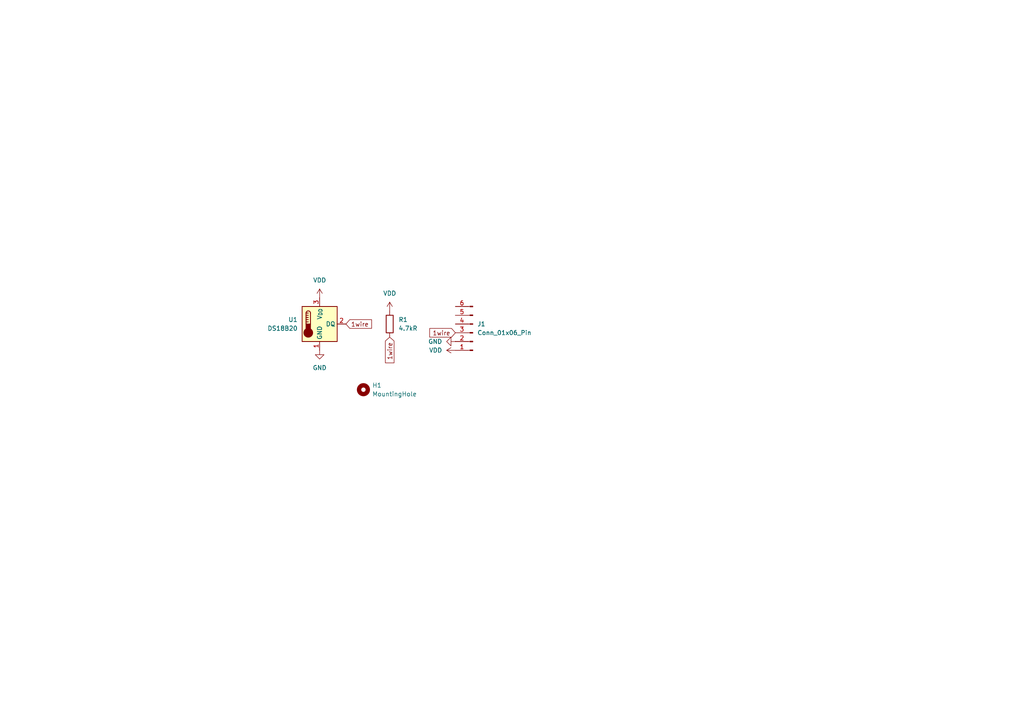
<source format=kicad_sch>
(kicad_sch
	(version 20250114)
	(generator "eeschema")
	(generator_version "9.0")
	(uuid "c7b5f5ba-a3a5-41ac-8d4c-ad3f1572fad6")
	(paper "A4")
	(lib_symbols
		(symbol "Connector:Conn_01x06_Pin"
			(pin_names
				(offset 1.016)
				(hide yes)
			)
			(exclude_from_sim no)
			(in_bom yes)
			(on_board yes)
			(property "Reference" "J"
				(at 0 7.62 0)
				(effects
					(font
						(size 1.27 1.27)
					)
				)
			)
			(property "Value" "Conn_01x06_Pin"
				(at 0 -10.16 0)
				(effects
					(font
						(size 1.27 1.27)
					)
				)
			)
			(property "Footprint" ""
				(at 0 0 0)
				(effects
					(font
						(size 1.27 1.27)
					)
					(hide yes)
				)
			)
			(property "Datasheet" "~"
				(at 0 0 0)
				(effects
					(font
						(size 1.27 1.27)
					)
					(hide yes)
				)
			)
			(property "Description" "Generic connector, single row, 01x06, script generated"
				(at 0 0 0)
				(effects
					(font
						(size 1.27 1.27)
					)
					(hide yes)
				)
			)
			(property "ki_locked" ""
				(at 0 0 0)
				(effects
					(font
						(size 1.27 1.27)
					)
				)
			)
			(property "ki_keywords" "connector"
				(at 0 0 0)
				(effects
					(font
						(size 1.27 1.27)
					)
					(hide yes)
				)
			)
			(property "ki_fp_filters" "Connector*:*_1x??_*"
				(at 0 0 0)
				(effects
					(font
						(size 1.27 1.27)
					)
					(hide yes)
				)
			)
			(symbol "Conn_01x06_Pin_1_1"
				(rectangle
					(start 0.8636 5.207)
					(end 0 4.953)
					(stroke
						(width 0.1524)
						(type default)
					)
					(fill
						(type outline)
					)
				)
				(rectangle
					(start 0.8636 2.667)
					(end 0 2.413)
					(stroke
						(width 0.1524)
						(type default)
					)
					(fill
						(type outline)
					)
				)
				(rectangle
					(start 0.8636 0.127)
					(end 0 -0.127)
					(stroke
						(width 0.1524)
						(type default)
					)
					(fill
						(type outline)
					)
				)
				(rectangle
					(start 0.8636 -2.413)
					(end 0 -2.667)
					(stroke
						(width 0.1524)
						(type default)
					)
					(fill
						(type outline)
					)
				)
				(rectangle
					(start 0.8636 -4.953)
					(end 0 -5.207)
					(stroke
						(width 0.1524)
						(type default)
					)
					(fill
						(type outline)
					)
				)
				(rectangle
					(start 0.8636 -7.493)
					(end 0 -7.747)
					(stroke
						(width 0.1524)
						(type default)
					)
					(fill
						(type outline)
					)
				)
				(polyline
					(pts
						(xy 1.27 5.08) (xy 0.8636 5.08)
					)
					(stroke
						(width 0.1524)
						(type default)
					)
					(fill
						(type none)
					)
				)
				(polyline
					(pts
						(xy 1.27 2.54) (xy 0.8636 2.54)
					)
					(stroke
						(width 0.1524)
						(type default)
					)
					(fill
						(type none)
					)
				)
				(polyline
					(pts
						(xy 1.27 0) (xy 0.8636 0)
					)
					(stroke
						(width 0.1524)
						(type default)
					)
					(fill
						(type none)
					)
				)
				(polyline
					(pts
						(xy 1.27 -2.54) (xy 0.8636 -2.54)
					)
					(stroke
						(width 0.1524)
						(type default)
					)
					(fill
						(type none)
					)
				)
				(polyline
					(pts
						(xy 1.27 -5.08) (xy 0.8636 -5.08)
					)
					(stroke
						(width 0.1524)
						(type default)
					)
					(fill
						(type none)
					)
				)
				(polyline
					(pts
						(xy 1.27 -7.62) (xy 0.8636 -7.62)
					)
					(stroke
						(width 0.1524)
						(type default)
					)
					(fill
						(type none)
					)
				)
				(pin passive line
					(at 5.08 5.08 180)
					(length 3.81)
					(name "Pin_1"
						(effects
							(font
								(size 1.27 1.27)
							)
						)
					)
					(number "1"
						(effects
							(font
								(size 1.27 1.27)
							)
						)
					)
				)
				(pin passive line
					(at 5.08 2.54 180)
					(length 3.81)
					(name "Pin_2"
						(effects
							(font
								(size 1.27 1.27)
							)
						)
					)
					(number "2"
						(effects
							(font
								(size 1.27 1.27)
							)
						)
					)
				)
				(pin passive line
					(at 5.08 0 180)
					(length 3.81)
					(name "Pin_3"
						(effects
							(font
								(size 1.27 1.27)
							)
						)
					)
					(number "3"
						(effects
							(font
								(size 1.27 1.27)
							)
						)
					)
				)
				(pin passive line
					(at 5.08 -2.54 180)
					(length 3.81)
					(name "Pin_4"
						(effects
							(font
								(size 1.27 1.27)
							)
						)
					)
					(number "4"
						(effects
							(font
								(size 1.27 1.27)
							)
						)
					)
				)
				(pin passive line
					(at 5.08 -5.08 180)
					(length 3.81)
					(name "Pin_5"
						(effects
							(font
								(size 1.27 1.27)
							)
						)
					)
					(number "5"
						(effects
							(font
								(size 1.27 1.27)
							)
						)
					)
				)
				(pin passive line
					(at 5.08 -7.62 180)
					(length 3.81)
					(name "Pin_6"
						(effects
							(font
								(size 1.27 1.27)
							)
						)
					)
					(number "6"
						(effects
							(font
								(size 1.27 1.27)
							)
						)
					)
				)
			)
			(embedded_fonts no)
		)
		(symbol "Device:R"
			(pin_numbers
				(hide yes)
			)
			(pin_names
				(offset 0)
			)
			(exclude_from_sim no)
			(in_bom yes)
			(on_board yes)
			(property "Reference" "R"
				(at 2.032 0 90)
				(effects
					(font
						(size 1.27 1.27)
					)
				)
			)
			(property "Value" "R"
				(at 0 0 90)
				(effects
					(font
						(size 1.27 1.27)
					)
				)
			)
			(property "Footprint" ""
				(at -1.778 0 90)
				(effects
					(font
						(size 1.27 1.27)
					)
					(hide yes)
				)
			)
			(property "Datasheet" "~"
				(at 0 0 0)
				(effects
					(font
						(size 1.27 1.27)
					)
					(hide yes)
				)
			)
			(property "Description" "Resistor"
				(at 0 0 0)
				(effects
					(font
						(size 1.27 1.27)
					)
					(hide yes)
				)
			)
			(property "ki_keywords" "R res resistor"
				(at 0 0 0)
				(effects
					(font
						(size 1.27 1.27)
					)
					(hide yes)
				)
			)
			(property "ki_fp_filters" "R_*"
				(at 0 0 0)
				(effects
					(font
						(size 1.27 1.27)
					)
					(hide yes)
				)
			)
			(symbol "R_0_1"
				(rectangle
					(start -1.016 -2.54)
					(end 1.016 2.54)
					(stroke
						(width 0.254)
						(type default)
					)
					(fill
						(type none)
					)
				)
			)
			(symbol "R_1_1"
				(pin passive line
					(at 0 3.81 270)
					(length 1.27)
					(name "~"
						(effects
							(font
								(size 1.27 1.27)
							)
						)
					)
					(number "1"
						(effects
							(font
								(size 1.27 1.27)
							)
						)
					)
				)
				(pin passive line
					(at 0 -3.81 90)
					(length 1.27)
					(name "~"
						(effects
							(font
								(size 1.27 1.27)
							)
						)
					)
					(number "2"
						(effects
							(font
								(size 1.27 1.27)
							)
						)
					)
				)
			)
			(embedded_fonts no)
		)
		(symbol "Mechanical:MountingHole"
			(pin_names
				(offset 1.016)
			)
			(exclude_from_sim no)
			(in_bom no)
			(on_board yes)
			(property "Reference" "H"
				(at 0 5.08 0)
				(effects
					(font
						(size 1.27 1.27)
					)
				)
			)
			(property "Value" "MountingHole"
				(at 0 3.175 0)
				(effects
					(font
						(size 1.27 1.27)
					)
				)
			)
			(property "Footprint" ""
				(at 0 0 0)
				(effects
					(font
						(size 1.27 1.27)
					)
					(hide yes)
				)
			)
			(property "Datasheet" "~"
				(at 0 0 0)
				(effects
					(font
						(size 1.27 1.27)
					)
					(hide yes)
				)
			)
			(property "Description" "Mounting Hole without connection"
				(at 0 0 0)
				(effects
					(font
						(size 1.27 1.27)
					)
					(hide yes)
				)
			)
			(property "ki_keywords" "mounting hole"
				(at 0 0 0)
				(effects
					(font
						(size 1.27 1.27)
					)
					(hide yes)
				)
			)
			(property "ki_fp_filters" "MountingHole*"
				(at 0 0 0)
				(effects
					(font
						(size 1.27 1.27)
					)
					(hide yes)
				)
			)
			(symbol "MountingHole_0_1"
				(circle
					(center 0 0)
					(radius 1.27)
					(stroke
						(width 1.27)
						(type default)
					)
					(fill
						(type none)
					)
				)
			)
			(embedded_fonts no)
		)
		(symbol "Sensor_Temperature:DS18B20"
			(exclude_from_sim no)
			(in_bom yes)
			(on_board yes)
			(property "Reference" "U"
				(at -3.81 6.35 0)
				(effects
					(font
						(size 1.27 1.27)
					)
				)
			)
			(property "Value" "DS18B20"
				(at 6.35 6.35 0)
				(effects
					(font
						(size 1.27 1.27)
					)
				)
			)
			(property "Footprint" "Package_TO_SOT_THT:TO-92_Inline"
				(at -25.4 -6.35 0)
				(effects
					(font
						(size 1.27 1.27)
					)
					(hide yes)
				)
			)
			(property "Datasheet" "http://datasheets.maximintegrated.com/en/ds/DS18B20.pdf"
				(at -3.81 6.35 0)
				(effects
					(font
						(size 1.27 1.27)
					)
					(hide yes)
				)
			)
			(property "Description" "Programmable Resolution 1-Wire Digital Thermometer TO-92"
				(at 0 0 0)
				(effects
					(font
						(size 1.27 1.27)
					)
					(hide yes)
				)
			)
			(property "ki_keywords" "OneWire 1Wire Dallas Maxim"
				(at 0 0 0)
				(effects
					(font
						(size 1.27 1.27)
					)
					(hide yes)
				)
			)
			(property "ki_fp_filters" "TO*92*"
				(at 0 0 0)
				(effects
					(font
						(size 1.27 1.27)
					)
					(hide yes)
				)
			)
			(symbol "DS18B20_0_1"
				(rectangle
					(start -5.08 5.08)
					(end 5.08 -5.08)
					(stroke
						(width 0.254)
						(type default)
					)
					(fill
						(type background)
					)
				)
				(polyline
					(pts
						(xy -3.937 3.175) (xy -3.937 0)
					)
					(stroke
						(width 0.254)
						(type default)
					)
					(fill
						(type none)
					)
				)
				(polyline
					(pts
						(xy -3.937 3.175) (xy -3.302 3.175)
					)
					(stroke
						(width 0.254)
						(type default)
					)
					(fill
						(type none)
					)
				)
				(polyline
					(pts
						(xy -3.937 2.54) (xy -3.302 2.54)
					)
					(stroke
						(width 0.254)
						(type default)
					)
					(fill
						(type none)
					)
				)
				(polyline
					(pts
						(xy -3.937 1.905) (xy -3.302 1.905)
					)
					(stroke
						(width 0.254)
						(type default)
					)
					(fill
						(type none)
					)
				)
				(polyline
					(pts
						(xy -3.937 1.27) (xy -3.302 1.27)
					)
					(stroke
						(width 0.254)
						(type default)
					)
					(fill
						(type none)
					)
				)
				(polyline
					(pts
						(xy -3.937 0.635) (xy -3.302 0.635)
					)
					(stroke
						(width 0.254)
						(type default)
					)
					(fill
						(type none)
					)
				)
				(arc
					(start -3.937 3.175)
					(mid -3.302 3.8073)
					(end -2.667 3.175)
					(stroke
						(width 0.254)
						(type default)
					)
					(fill
						(type none)
					)
				)
				(circle
					(center -3.302 -2.54)
					(radius 1.27)
					(stroke
						(width 0.254)
						(type default)
					)
					(fill
						(type outline)
					)
				)
				(polyline
					(pts
						(xy -2.667 3.175) (xy -2.667 0)
					)
					(stroke
						(width 0.254)
						(type default)
					)
					(fill
						(type none)
					)
				)
				(rectangle
					(start -2.667 -1.905)
					(end -3.937 0)
					(stroke
						(width 0.254)
						(type default)
					)
					(fill
						(type outline)
					)
				)
			)
			(symbol "DS18B20_1_1"
				(pin power_in line
					(at 0 7.62 270)
					(length 2.54)
					(name "V_{DD}"
						(effects
							(font
								(size 1.27 1.27)
							)
						)
					)
					(number "3"
						(effects
							(font
								(size 1.27 1.27)
							)
						)
					)
				)
				(pin power_in line
					(at 0 -7.62 90)
					(length 2.54)
					(name "GND"
						(effects
							(font
								(size 1.27 1.27)
							)
						)
					)
					(number "1"
						(effects
							(font
								(size 1.27 1.27)
							)
						)
					)
				)
				(pin bidirectional line
					(at 7.62 0 180)
					(length 2.54)
					(name "DQ"
						(effects
							(font
								(size 1.27 1.27)
							)
						)
					)
					(number "2"
						(effects
							(font
								(size 1.27 1.27)
							)
						)
					)
				)
			)
			(embedded_fonts no)
		)
		(symbol "power:GND"
			(power)
			(pin_numbers
				(hide yes)
			)
			(pin_names
				(offset 0)
				(hide yes)
			)
			(exclude_from_sim no)
			(in_bom yes)
			(on_board yes)
			(property "Reference" "#PWR"
				(at 0 -6.35 0)
				(effects
					(font
						(size 1.27 1.27)
					)
					(hide yes)
				)
			)
			(property "Value" "GND"
				(at 0 -3.81 0)
				(effects
					(font
						(size 1.27 1.27)
					)
				)
			)
			(property "Footprint" ""
				(at 0 0 0)
				(effects
					(font
						(size 1.27 1.27)
					)
					(hide yes)
				)
			)
			(property "Datasheet" ""
				(at 0 0 0)
				(effects
					(font
						(size 1.27 1.27)
					)
					(hide yes)
				)
			)
			(property "Description" "Power symbol creates a global label with name \"GND\" , ground"
				(at 0 0 0)
				(effects
					(font
						(size 1.27 1.27)
					)
					(hide yes)
				)
			)
			(property "ki_keywords" "global power"
				(at 0 0 0)
				(effects
					(font
						(size 1.27 1.27)
					)
					(hide yes)
				)
			)
			(symbol "GND_0_1"
				(polyline
					(pts
						(xy 0 0) (xy 0 -1.27) (xy 1.27 -1.27) (xy 0 -2.54) (xy -1.27 -1.27) (xy 0 -1.27)
					)
					(stroke
						(width 0)
						(type default)
					)
					(fill
						(type none)
					)
				)
			)
			(symbol "GND_1_1"
				(pin power_in line
					(at 0 0 270)
					(length 0)
					(name "~"
						(effects
							(font
								(size 1.27 1.27)
							)
						)
					)
					(number "1"
						(effects
							(font
								(size 1.27 1.27)
							)
						)
					)
				)
			)
			(embedded_fonts no)
		)
		(symbol "power:VDD"
			(power)
			(pin_numbers
				(hide yes)
			)
			(pin_names
				(offset 0)
				(hide yes)
			)
			(exclude_from_sim no)
			(in_bom yes)
			(on_board yes)
			(property "Reference" "#PWR"
				(at 0 -3.81 0)
				(effects
					(font
						(size 1.27 1.27)
					)
					(hide yes)
				)
			)
			(property "Value" "VDD"
				(at 0 3.556 0)
				(effects
					(font
						(size 1.27 1.27)
					)
				)
			)
			(property "Footprint" ""
				(at 0 0 0)
				(effects
					(font
						(size 1.27 1.27)
					)
					(hide yes)
				)
			)
			(property "Datasheet" ""
				(at 0 0 0)
				(effects
					(font
						(size 1.27 1.27)
					)
					(hide yes)
				)
			)
			(property "Description" "Power symbol creates a global label with name \"VDD\""
				(at 0 0 0)
				(effects
					(font
						(size 1.27 1.27)
					)
					(hide yes)
				)
			)
			(property "ki_keywords" "global power"
				(at 0 0 0)
				(effects
					(font
						(size 1.27 1.27)
					)
					(hide yes)
				)
			)
			(symbol "VDD_0_1"
				(polyline
					(pts
						(xy -0.762 1.27) (xy 0 2.54)
					)
					(stroke
						(width 0)
						(type default)
					)
					(fill
						(type none)
					)
				)
				(polyline
					(pts
						(xy 0 2.54) (xy 0.762 1.27)
					)
					(stroke
						(width 0)
						(type default)
					)
					(fill
						(type none)
					)
				)
				(polyline
					(pts
						(xy 0 0) (xy 0 2.54)
					)
					(stroke
						(width 0)
						(type default)
					)
					(fill
						(type none)
					)
				)
			)
			(symbol "VDD_1_1"
				(pin power_in line
					(at 0 0 90)
					(length 0)
					(name "~"
						(effects
							(font
								(size 1.27 1.27)
							)
						)
					)
					(number "1"
						(effects
							(font
								(size 1.27 1.27)
							)
						)
					)
				)
			)
			(embedded_fonts no)
		)
	)
	(global_label "1wire"
		(shape input)
		(at 132.08 96.52 180)
		(fields_autoplaced yes)
		(effects
			(font
				(size 1.27 1.27)
			)
			(justify right)
		)
		(uuid "26a9ddc0-4175-4109-9abc-76f336db9f34")
		(property "Intersheetrefs" "${INTERSHEET_REFS}"
			(at 124.0752 96.52 0)
			(effects
				(font
					(size 1.27 1.27)
				)
				(justify right)
				(hide yes)
			)
		)
	)
	(global_label "1wire"
		(shape input)
		(at 100.33 93.98 0)
		(fields_autoplaced yes)
		(effects
			(font
				(size 1.27 1.27)
			)
			(justify left)
		)
		(uuid "a0368034-d57b-4118-8553-aa6fc9930f1c")
		(property "Intersheetrefs" "${INTERSHEET_REFS}"
			(at 108.3348 93.98 0)
			(effects
				(font
					(size 1.27 1.27)
				)
				(justify left)
				(hide yes)
			)
		)
	)
	(global_label "1wire"
		(shape input)
		(at 113.03 97.79 270)
		(fields_autoplaced yes)
		(effects
			(font
				(size 1.27 1.27)
			)
			(justify right)
		)
		(uuid "d2ec496d-34b3-496c-bca4-d765b7a84ba0")
		(property "Intersheetrefs" "${INTERSHEET_REFS}"
			(at 113.03 105.7948 90)
			(effects
				(font
					(size 1.27 1.27)
				)
				(justify right)
				(hide yes)
			)
		)
	)
	(symbol
		(lib_id "power:VDD")
		(at 113.03 90.17 0)
		(unit 1)
		(exclude_from_sim no)
		(in_bom yes)
		(on_board yes)
		(dnp no)
		(fields_autoplaced yes)
		(uuid "236f689a-1e9c-4404-984e-8a3d3aa59b78")
		(property "Reference" "#PWR03"
			(at 113.03 93.98 0)
			(effects
				(font
					(size 1.27 1.27)
				)
				(hide yes)
			)
		)
		(property "Value" "VDD"
			(at 113.03 85.09 0)
			(effects
				(font
					(size 1.27 1.27)
				)
			)
		)
		(property "Footprint" ""
			(at 113.03 90.17 0)
			(effects
				(font
					(size 1.27 1.27)
				)
				(hide yes)
			)
		)
		(property "Datasheet" ""
			(at 113.03 90.17 0)
			(effects
				(font
					(size 1.27 1.27)
				)
				(hide yes)
			)
		)
		(property "Description" "Power symbol creates a global label with name \"VDD\""
			(at 113.03 90.17 0)
			(effects
				(font
					(size 1.27 1.27)
				)
				(hide yes)
			)
		)
		(pin "1"
			(uuid "0f7649f3-a44d-4df2-a59b-83f350b61861")
		)
		(instances
			(project "thermometer"
				(path "/c7b5f5ba-a3a5-41ac-8d4c-ad3f1572fad6"
					(reference "#PWR03")
					(unit 1)
				)
			)
		)
	)
	(symbol
		(lib_id "Connector:Conn_01x06_Pin")
		(at 137.16 96.52 180)
		(unit 1)
		(exclude_from_sim no)
		(in_bom yes)
		(on_board yes)
		(dnp no)
		(fields_autoplaced yes)
		(uuid "4059626d-f4ca-4fd8-a2d3-ed5fd32022bc")
		(property "Reference" "J1"
			(at 138.43 93.9799 0)
			(effects
				(font
					(size 1.27 1.27)
				)
				(justify right)
			)
		)
		(property "Value" "Conn_01x06_Pin"
			(at 138.43 96.5199 0)
			(effects
				(font
					(size 1.27 1.27)
				)
				(justify right)
			)
		)
		(property "Footprint" "Connector_PinHeader_2.54mm:PinHeader_1x06_P2.54mm_Horizontal"
			(at 137.16 96.52 0)
			(effects
				(font
					(size 1.27 1.27)
				)
				(hide yes)
			)
		)
		(property "Datasheet" "~"
			(at 137.16 96.52 0)
			(effects
				(font
					(size 1.27 1.27)
				)
				(hide yes)
			)
		)
		(property "Description" "Generic connector, single row, 01x06, script generated"
			(at 137.16 96.52 0)
			(effects
				(font
					(size 1.27 1.27)
				)
				(hide yes)
			)
		)
		(pin "4"
			(uuid "6b4d2d2b-7404-4724-969e-f2d4dbba74ec")
		)
		(pin "2"
			(uuid "7aab5ddb-7d6d-48f9-bdcc-0c150488d28e")
		)
		(pin "1"
			(uuid "4155a911-0b7f-4a52-9f7c-b8a278a959b8")
		)
		(pin "3"
			(uuid "ab69d942-060e-4027-b935-a1fcef201c21")
		)
		(pin "5"
			(uuid "76083cdd-9541-4c4d-ab85-9498ac959b59")
		)
		(pin "6"
			(uuid "50b141bb-5280-44f2-a913-cf7b65846842")
		)
		(instances
			(project ""
				(path "/c7b5f5ba-a3a5-41ac-8d4c-ad3f1572fad6"
					(reference "J1")
					(unit 1)
				)
			)
		)
	)
	(symbol
		(lib_id "Mechanical:MountingHole")
		(at 105.41 113.03 0)
		(unit 1)
		(exclude_from_sim no)
		(in_bom no)
		(on_board yes)
		(dnp no)
		(fields_autoplaced yes)
		(uuid "745c8977-c265-457e-8dcd-53e1b55ef2f0")
		(property "Reference" "H1"
			(at 107.95 111.7599 0)
			(effects
				(font
					(size 1.27 1.27)
				)
				(justify left)
			)
		)
		(property "Value" "MountingHole"
			(at 107.95 114.2999 0)
			(effects
				(font
					(size 1.27 1.27)
				)
				(justify left)
			)
		)
		(property "Footprint" "MountingHole:MountingHole_3.2mm_M3"
			(at 105.41 113.03 0)
			(effects
				(font
					(size 1.27 1.27)
				)
				(hide yes)
			)
		)
		(property "Datasheet" "~"
			(at 105.41 113.03 0)
			(effects
				(font
					(size 1.27 1.27)
				)
				(hide yes)
			)
		)
		(property "Description" "Mounting Hole without connection"
			(at 105.41 113.03 0)
			(effects
				(font
					(size 1.27 1.27)
				)
				(hide yes)
			)
		)
		(instances
			(project ""
				(path "/c7b5f5ba-a3a5-41ac-8d4c-ad3f1572fad6"
					(reference "H1")
					(unit 1)
				)
			)
		)
	)
	(symbol
		(lib_id "Sensor_Temperature:DS18B20")
		(at 92.71 93.98 0)
		(unit 1)
		(exclude_from_sim no)
		(in_bom yes)
		(on_board yes)
		(dnp no)
		(fields_autoplaced yes)
		(uuid "781c0e29-9e83-44ad-97c7-b15ccd415d7f")
		(property "Reference" "U1"
			(at 86.36 92.7099 0)
			(effects
				(font
					(size 1.27 1.27)
				)
				(justify right)
			)
		)
		(property "Value" "DS18B20"
			(at 86.36 95.2499 0)
			(effects
				(font
					(size 1.27 1.27)
				)
				(justify right)
			)
		)
		(property "Footprint" "Package_TO_SOT_THT:TO-92_Inline_W4.0mm_Horizontal_FlatSideDown"
			(at 67.31 100.33 0)
			(effects
				(font
					(size 1.27 1.27)
				)
				(hide yes)
			)
		)
		(property "Datasheet" "http://datasheets.maximintegrated.com/en/ds/DS18B20.pdf"
			(at 88.9 87.63 0)
			(effects
				(font
					(size 1.27 1.27)
				)
				(hide yes)
			)
		)
		(property "Description" "Programmable Resolution 1-Wire Digital Thermometer TO-92"
			(at 92.71 93.98 0)
			(effects
				(font
					(size 1.27 1.27)
				)
				(hide yes)
			)
		)
		(pin "3"
			(uuid "e1a98b41-50b0-4df7-a664-443f1a8a99b9")
		)
		(pin "1"
			(uuid "cfa2888e-cf77-45a2-a4c2-f2465505d78f")
		)
		(pin "2"
			(uuid "358ccf30-a615-48ec-ad48-243a961d0795")
		)
		(instances
			(project ""
				(path "/c7b5f5ba-a3a5-41ac-8d4c-ad3f1572fad6"
					(reference "U1")
					(unit 1)
				)
			)
		)
	)
	(symbol
		(lib_id "power:VDD")
		(at 92.71 86.36 0)
		(unit 1)
		(exclude_from_sim no)
		(in_bom yes)
		(on_board yes)
		(dnp no)
		(fields_autoplaced yes)
		(uuid "81d3b3ef-f661-44b2-b3b9-54b552eb1601")
		(property "Reference" "#PWR01"
			(at 92.71 90.17 0)
			(effects
				(font
					(size 1.27 1.27)
				)
				(hide yes)
			)
		)
		(property "Value" "VDD"
			(at 92.71 81.28 0)
			(effects
				(font
					(size 1.27 1.27)
				)
			)
		)
		(property "Footprint" ""
			(at 92.71 86.36 0)
			(effects
				(font
					(size 1.27 1.27)
				)
				(hide yes)
			)
		)
		(property "Datasheet" ""
			(at 92.71 86.36 0)
			(effects
				(font
					(size 1.27 1.27)
				)
				(hide yes)
			)
		)
		(property "Description" "Power symbol creates a global label with name \"VDD\""
			(at 92.71 86.36 0)
			(effects
				(font
					(size 1.27 1.27)
				)
				(hide yes)
			)
		)
		(pin "1"
			(uuid "f1580a1c-6778-47e0-8849-fd0b5582b2d2")
		)
		(instances
			(project ""
				(path "/c7b5f5ba-a3a5-41ac-8d4c-ad3f1572fad6"
					(reference "#PWR01")
					(unit 1)
				)
			)
		)
	)
	(symbol
		(lib_id "power:GND")
		(at 92.71 101.6 0)
		(unit 1)
		(exclude_from_sim no)
		(in_bom yes)
		(on_board yes)
		(dnp no)
		(fields_autoplaced yes)
		(uuid "8f356d7a-1069-4eea-9c1c-c65e3768cc64")
		(property "Reference" "#PWR02"
			(at 92.71 107.95 0)
			(effects
				(font
					(size 1.27 1.27)
				)
				(hide yes)
			)
		)
		(property "Value" "GND"
			(at 92.71 106.68 0)
			(effects
				(font
					(size 1.27 1.27)
				)
			)
		)
		(property "Footprint" ""
			(at 92.71 101.6 0)
			(effects
				(font
					(size 1.27 1.27)
				)
				(hide yes)
			)
		)
		(property "Datasheet" ""
			(at 92.71 101.6 0)
			(effects
				(font
					(size 1.27 1.27)
				)
				(hide yes)
			)
		)
		(property "Description" "Power symbol creates a global label with name \"GND\" , ground"
			(at 92.71 101.6 0)
			(effects
				(font
					(size 1.27 1.27)
				)
				(hide yes)
			)
		)
		(pin "1"
			(uuid "128e023d-dcb7-459c-9c04-69e0adf31778")
		)
		(instances
			(project ""
				(path "/c7b5f5ba-a3a5-41ac-8d4c-ad3f1572fad6"
					(reference "#PWR02")
					(unit 1)
				)
			)
		)
	)
	(symbol
		(lib_id "power:VDD")
		(at 132.08 101.6 90)
		(unit 1)
		(exclude_from_sim no)
		(in_bom yes)
		(on_board yes)
		(dnp no)
		(fields_autoplaced yes)
		(uuid "90e4bf53-780e-4b02-86f7-2a36e31f54c5")
		(property "Reference" "#PWR04"
			(at 135.89 101.6 0)
			(effects
				(font
					(size 1.27 1.27)
				)
				(hide yes)
			)
		)
		(property "Value" "VDD"
			(at 128.27 101.5999 90)
			(effects
				(font
					(size 1.27 1.27)
				)
				(justify left)
			)
		)
		(property "Footprint" ""
			(at 132.08 101.6 0)
			(effects
				(font
					(size 1.27 1.27)
				)
				(hide yes)
			)
		)
		(property "Datasheet" ""
			(at 132.08 101.6 0)
			(effects
				(font
					(size 1.27 1.27)
				)
				(hide yes)
			)
		)
		(property "Description" "Power symbol creates a global label with name \"VDD\""
			(at 132.08 101.6 0)
			(effects
				(font
					(size 1.27 1.27)
				)
				(hide yes)
			)
		)
		(pin "1"
			(uuid "6813172e-032a-41c8-a6a9-a9a4557199b5")
		)
		(instances
			(project "thermometer"
				(path "/c7b5f5ba-a3a5-41ac-8d4c-ad3f1572fad6"
					(reference "#PWR04")
					(unit 1)
				)
			)
		)
	)
	(symbol
		(lib_id "power:GND")
		(at 132.08 99.06 270)
		(unit 1)
		(exclude_from_sim no)
		(in_bom yes)
		(on_board yes)
		(dnp no)
		(fields_autoplaced yes)
		(uuid "cf33206a-531f-4052-aa7a-5550200fa839")
		(property "Reference" "#PWR05"
			(at 125.73 99.06 0)
			(effects
				(font
					(size 1.27 1.27)
				)
				(hide yes)
			)
		)
		(property "Value" "GND"
			(at 128.27 99.0599 90)
			(effects
				(font
					(size 1.27 1.27)
				)
				(justify right)
			)
		)
		(property "Footprint" ""
			(at 132.08 99.06 0)
			(effects
				(font
					(size 1.27 1.27)
				)
				(hide yes)
			)
		)
		(property "Datasheet" ""
			(at 132.08 99.06 0)
			(effects
				(font
					(size 1.27 1.27)
				)
				(hide yes)
			)
		)
		(property "Description" "Power symbol creates a global label with name \"GND\" , ground"
			(at 132.08 99.06 0)
			(effects
				(font
					(size 1.27 1.27)
				)
				(hide yes)
			)
		)
		(pin "1"
			(uuid "95d548da-97c4-455d-9bc5-ec860abc3daf")
		)
		(instances
			(project "thermometer"
				(path "/c7b5f5ba-a3a5-41ac-8d4c-ad3f1572fad6"
					(reference "#PWR05")
					(unit 1)
				)
			)
		)
	)
	(symbol
		(lib_id "Device:R")
		(at 113.03 93.98 0)
		(unit 1)
		(exclude_from_sim no)
		(in_bom yes)
		(on_board yes)
		(dnp no)
		(fields_autoplaced yes)
		(uuid "ef014391-6c25-49f6-9ba1-480ef8c7446b")
		(property "Reference" "R1"
			(at 115.57 92.7099 0)
			(effects
				(font
					(size 1.27 1.27)
				)
				(justify left)
			)
		)
		(property "Value" "4.7kR"
			(at 115.57 95.2499 0)
			(effects
				(font
					(size 1.27 1.27)
				)
				(justify left)
			)
		)
		(property "Footprint" "Resistor_THT:R_Axial_DIN0207_L6.3mm_D2.5mm_P7.62mm_Horizontal"
			(at 111.252 93.98 90)
			(effects
				(font
					(size 1.27 1.27)
				)
				(hide yes)
			)
		)
		(property "Datasheet" "~"
			(at 113.03 93.98 0)
			(effects
				(font
					(size 1.27 1.27)
				)
				(hide yes)
			)
		)
		(property "Description" "Resistor"
			(at 113.03 93.98 0)
			(effects
				(font
					(size 1.27 1.27)
				)
				(hide yes)
			)
		)
		(pin "1"
			(uuid "993ea85f-59af-4b20-a994-1e4ed4dcba1b")
		)
		(pin "2"
			(uuid "8d5b6f16-7619-49a3-b815-b93cec8f566c")
		)
		(instances
			(project ""
				(path "/c7b5f5ba-a3a5-41ac-8d4c-ad3f1572fad6"
					(reference "R1")
					(unit 1)
				)
			)
		)
	)
	(sheet_instances
		(path "/"
			(page "1")
		)
	)
	(embedded_fonts no)
)

</source>
